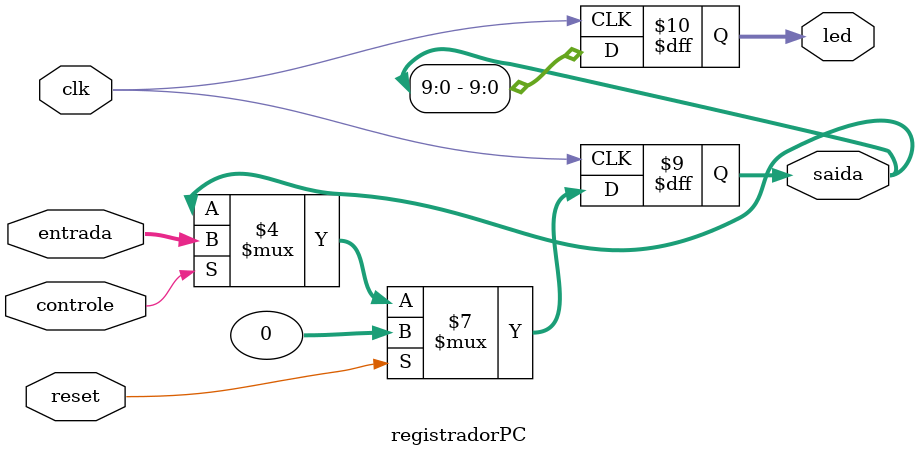
<source format=v>
module registradorPC(controle, led, reset, clk, entrada, saida);
		input [31:0] entrada;
		input controle, clk, reset;
		output reg [31:0] saida;
		output reg [9:0] led;
		
always @(posedge clk)begin
	
	if(reset == 1'b1) saida <= 32'd0;
	else begin
		if(controle == 1'b1) saida <= entrada;
	end
		led <= saida[9:0];
end

endmodule

</source>
